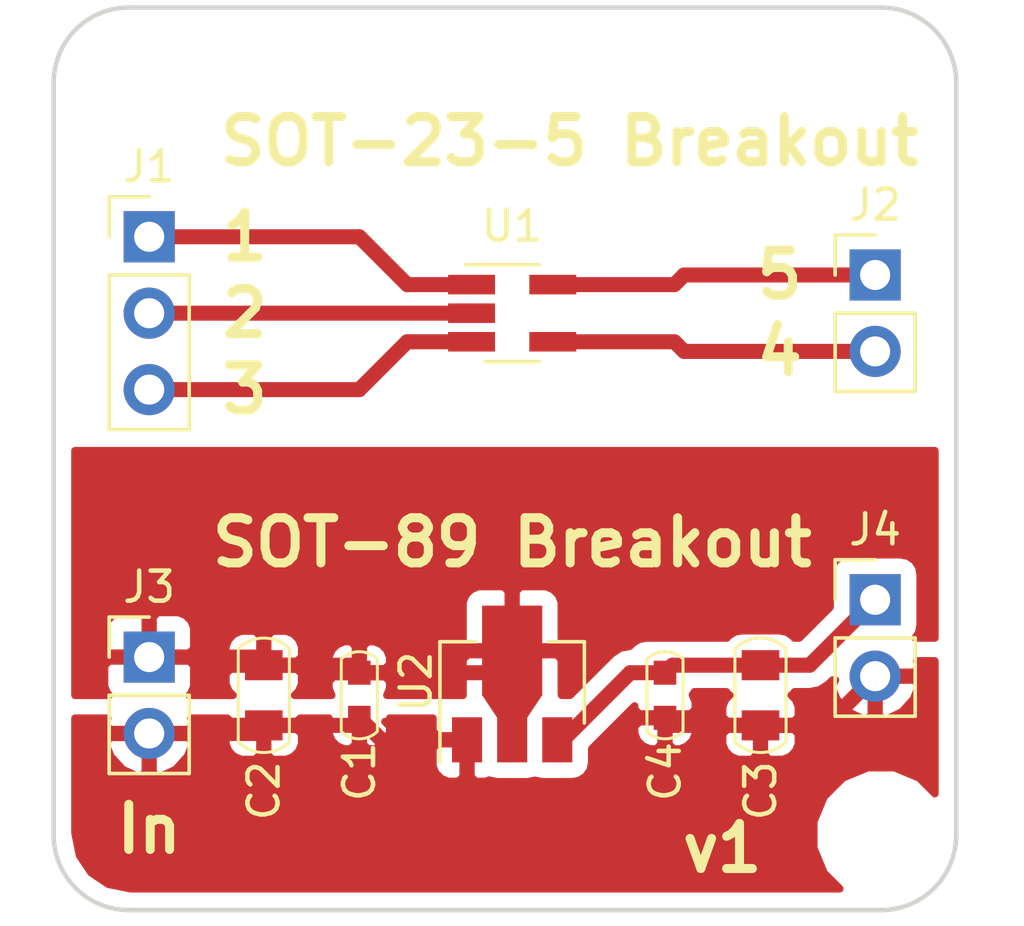
<source format=kicad_pcb>
(kicad_pcb (version 4) (host pcbnew 4.0.6-e0-6349~53~ubuntu14.04.1)

  (general
    (links 19)
    (no_connects 0)
    (area 0 0 0 0)
    (thickness 1.6)
    (drawings 9)
    (tracks 43)
    (zones 0)
    (modules 11)
    (nets 9)
  )

  (page A4)
  (layers
    (0 F.Cu signal)
    (31 B.Cu signal)
    (32 B.Adhes user)
    (33 F.Adhes user)
    (34 B.Paste user)
    (35 F.Paste user)
    (36 B.SilkS user)
    (37 F.SilkS user)
    (38 B.Mask user)
    (39 F.Mask user)
    (40 Dwgs.User user)
    (41 Cmts.User user)
    (42 Eco1.User user)
    (43 Eco2.User user)
    (44 Edge.Cuts user)
    (45 Margin user)
    (46 B.CrtYd user)
    (47 F.CrtYd user)
    (48 B.Fab user)
    (49 F.Fab user)
  )

  (setup
    (last_trace_width 0.5)
    (trace_clearance 0.2)
    (zone_clearance 0.508)
    (zone_45_only yes)
    (trace_min 0.2)
    (segment_width 0.2)
    (edge_width 0.15)
    (via_size 0.6)
    (via_drill 0.4)
    (via_min_size 0.4)
    (via_min_drill 0.3)
    (uvia_size 0.3)
    (uvia_drill 0.1)
    (uvias_allowed no)
    (uvia_min_size 0.2)
    (uvia_min_drill 0.1)
    (pcb_text_width 0.3)
    (pcb_text_size 1.5 1.5)
    (mod_edge_width 0.15)
    (mod_text_size 1 1)
    (mod_text_width 0.15)
    (pad_size 1.524 1.524)
    (pad_drill 0.762)
    (pad_to_mask_clearance 0.2)
    (aux_axis_origin 0 0)
    (visible_elements FFFFFF7F)
    (pcbplotparams
      (layerselection 0x00030_80000001)
      (usegerberextensions false)
      (excludeedgelayer true)
      (linewidth 0.100000)
      (plotframeref false)
      (viasonmask false)
      (mode 1)
      (useauxorigin false)
      (hpglpennumber 1)
      (hpglpenspeed 20)
      (hpglpendiameter 15)
      (hpglpenoverlay 2)
      (psnegative false)
      (psa4output false)
      (plotreference true)
      (plotvalue true)
      (plotinvisibletext false)
      (padsonsilk false)
      (subtractmaskfromsilk false)
      (outputformat 1)
      (mirror false)
      (drillshape 1)
      (scaleselection 1)
      (outputdirectory ""))
  )

  (net 0 "")
  (net 1 "Net-(J1-Pad1)")
  (net 2 "Net-(J1-Pad2)")
  (net 3 "Net-(J1-Pad3)")
  (net 4 "Net-(J2-Pad1)")
  (net 5 "Net-(J2-Pad2)")
  (net 6 "Net-(C1-Pad1)")
  (net 7 "Net-(C1-Pad2)")
  (net 8 "Net-(C3-Pad1)")

  (net_class Default "This is the default net class."
    (clearance 0.2)
    (trace_width 0.5)
    (via_dia 0.6)
    (via_drill 0.4)
    (uvia_dia 0.3)
    (uvia_drill 0.1)
    (add_net "Net-(C1-Pad1)")
    (add_net "Net-(C1-Pad2)")
    (add_net "Net-(C3-Pad1)")
    (add_net "Net-(J1-Pad1)")
    (add_net "Net-(J1-Pad2)")
    (add_net "Net-(J1-Pad3)")
    (add_net "Net-(J2-Pad1)")
    (add_net "Net-(J2-Pad2)")
  )

  (module Pin_Headers:Pin_Header_Straight_1x03_Pitch2.54mm (layer F.Cu) (tedit 58CD4EC1) (tstamp 59A281BC)
    (at 127.635 96.52)
    (descr "Through hole straight pin header, 1x03, 2.54mm pitch, single row")
    (tags "Through hole pin header THT 1x03 2.54mm single row")
    (path /5967CC46)
    (fp_text reference J1 (at 0 -2.33) (layer F.SilkS)
      (effects (font (size 1 1) (thickness 0.15)))
    )
    (fp_text value CONN_01X03 (at 0 7.41) (layer F.Fab)
      (effects (font (size 1 1) (thickness 0.15)))
    )
    (fp_line (start -1.27 -1.27) (end -1.27 6.35) (layer F.Fab) (width 0.1))
    (fp_line (start -1.27 6.35) (end 1.27 6.35) (layer F.Fab) (width 0.1))
    (fp_line (start 1.27 6.35) (end 1.27 -1.27) (layer F.Fab) (width 0.1))
    (fp_line (start 1.27 -1.27) (end -1.27 -1.27) (layer F.Fab) (width 0.1))
    (fp_line (start -1.33 1.27) (end -1.33 6.41) (layer F.SilkS) (width 0.12))
    (fp_line (start -1.33 6.41) (end 1.33 6.41) (layer F.SilkS) (width 0.12))
    (fp_line (start 1.33 6.41) (end 1.33 1.27) (layer F.SilkS) (width 0.12))
    (fp_line (start 1.33 1.27) (end -1.33 1.27) (layer F.SilkS) (width 0.12))
    (fp_line (start -1.33 0) (end -1.33 -1.33) (layer F.SilkS) (width 0.12))
    (fp_line (start -1.33 -1.33) (end 0 -1.33) (layer F.SilkS) (width 0.12))
    (fp_line (start -1.8 -1.8) (end -1.8 6.85) (layer F.CrtYd) (width 0.05))
    (fp_line (start -1.8 6.85) (end 1.8 6.85) (layer F.CrtYd) (width 0.05))
    (fp_line (start 1.8 6.85) (end 1.8 -1.8) (layer F.CrtYd) (width 0.05))
    (fp_line (start 1.8 -1.8) (end -1.8 -1.8) (layer F.CrtYd) (width 0.05))
    (fp_text user %R (at 0 -2.33) (layer F.Fab)
      (effects (font (size 1 1) (thickness 0.15)))
    )
    (pad 1 thru_hole rect (at 0 0) (size 1.7 1.7) (drill 1) (layers *.Cu *.Mask)
      (net 1 "Net-(J1-Pad1)"))
    (pad 2 thru_hole oval (at 0 2.54) (size 1.7 1.7) (drill 1) (layers *.Cu *.Mask)
      (net 2 "Net-(J1-Pad2)"))
    (pad 3 thru_hole oval (at 0 5.08) (size 1.7 1.7) (drill 1) (layers *.Cu *.Mask)
      (net 3 "Net-(J1-Pad3)"))
    (model ${KISYS3DMOD}/Pin_Headers.3dshapes/Pin_Header_Straight_1x03_Pitch2.54mm.wrl
      (at (xyz 0 -0.1 0))
      (scale (xyz 1 1 1))
      (rotate (xyz 0 0 90))
    )
  )

  (module Pin_Headers:Pin_Header_Straight_1x02_Pitch2.54mm (layer F.Cu) (tedit 58CD4EC1) (tstamp 59A281D1)
    (at 151.765 97.79)
    (descr "Through hole straight pin header, 1x02, 2.54mm pitch, single row")
    (tags "Through hole pin header THT 1x02 2.54mm single row")
    (path /5967CCE1)
    (fp_text reference J2 (at 0 -2.33) (layer F.SilkS)
      (effects (font (size 1 1) (thickness 0.15)))
    )
    (fp_text value CONN_01X02 (at 0 4.87) (layer F.Fab)
      (effects (font (size 1 1) (thickness 0.15)))
    )
    (fp_line (start -1.27 -1.27) (end -1.27 3.81) (layer F.Fab) (width 0.1))
    (fp_line (start -1.27 3.81) (end 1.27 3.81) (layer F.Fab) (width 0.1))
    (fp_line (start 1.27 3.81) (end 1.27 -1.27) (layer F.Fab) (width 0.1))
    (fp_line (start 1.27 -1.27) (end -1.27 -1.27) (layer F.Fab) (width 0.1))
    (fp_line (start -1.33 1.27) (end -1.33 3.87) (layer F.SilkS) (width 0.12))
    (fp_line (start -1.33 3.87) (end 1.33 3.87) (layer F.SilkS) (width 0.12))
    (fp_line (start 1.33 3.87) (end 1.33 1.27) (layer F.SilkS) (width 0.12))
    (fp_line (start 1.33 1.27) (end -1.33 1.27) (layer F.SilkS) (width 0.12))
    (fp_line (start -1.33 0) (end -1.33 -1.33) (layer F.SilkS) (width 0.12))
    (fp_line (start -1.33 -1.33) (end 0 -1.33) (layer F.SilkS) (width 0.12))
    (fp_line (start -1.8 -1.8) (end -1.8 4.35) (layer F.CrtYd) (width 0.05))
    (fp_line (start -1.8 4.35) (end 1.8 4.35) (layer F.CrtYd) (width 0.05))
    (fp_line (start 1.8 4.35) (end 1.8 -1.8) (layer F.CrtYd) (width 0.05))
    (fp_line (start 1.8 -1.8) (end -1.8 -1.8) (layer F.CrtYd) (width 0.05))
    (fp_text user %R (at 0 -2.33) (layer F.Fab)
      (effects (font (size 1 1) (thickness 0.15)))
    )
    (pad 1 thru_hole rect (at 0 0) (size 1.7 1.7) (drill 1) (layers *.Cu *.Mask)
      (net 4 "Net-(J2-Pad1)"))
    (pad 2 thru_hole oval (at 0 2.54) (size 1.7 1.7) (drill 1) (layers *.Cu *.Mask)
      (net 5 "Net-(J2-Pad2)"))
    (model ${KISYS3DMOD}/Pin_Headers.3dshapes/Pin_Header_Straight_1x02_Pitch2.54mm.wrl
      (at (xyz 0 -0.05 0))
      (scale (xyz 1 1 1))
      (rotate (xyz 0 0 90))
    )
  )

  (module Board_Outlines:Board_Outline_30mm_Square (layer F.Cu) (tedit 596718B2) (tstamp 59A281DF)
    (at 124.46 88.9)
    (path /5967CD5C)
    (fp_text reference P1 (at 9 -1) (layer F.SilkS) hide
      (effects (font (size 1 1) (thickness 0.15)))
    )
    (fp_text value SYMBOL (at 15 -1) (layer F.Fab) hide
      (effects (font (size 1 1) (thickness 0.15)))
    )
    (fp_line (start 30 27.5) (end 30 2.5) (layer Edge.Cuts) (width 0.15))
    (fp_line (start 2.5 30) (end 27.5 30) (layer Edge.Cuts) (width 0.15))
    (fp_line (start 0 2.5) (end 0 27.5) (layer Edge.Cuts) (width 0.15))
    (fp_line (start 27.5 0) (end 2.5 0) (layer Edge.Cuts) (width 0.15))
    (fp_arc (start 2.5 27.5) (end 2.5 30) (angle 90) (layer Edge.Cuts) (width 0.15))
    (fp_arc (start 27.5 27.5) (end 30 27.5) (angle 90) (layer Edge.Cuts) (width 0.15))
    (fp_arc (start 27.5 2.5) (end 27.5 0) (angle 90) (layer Edge.Cuts) (width 0.15))
    (fp_arc (start 2.5 2.5) (end 0 2.5) (angle 90) (layer Edge.Cuts) (width 0.15))
    (pad "" np_thru_hole circle (at 2.5 2.5) (size 3.2 3.2) (drill 3.2) (layers *.Cu *.Mask))
    (pad "" np_thru_hole circle (at 27.5 27.5) (size 3.2 3.2) (drill 3.2) (layers *.Cu *.Mask))
  )

  (module TO_SOT_Packages_SMD:SOT-23-5_HandSoldering (layer F.Cu) (tedit 58CE4E7E) (tstamp 59A281F4)
    (at 139.7 99.06)
    (descr "5-pin SOT23 package")
    (tags "SOT-23-5 hand-soldering")
    (path /5967CC07)
    (attr smd)
    (fp_text reference U1 (at 0 -2.9) (layer F.SilkS)
      (effects (font (size 1 1) (thickness 0.15)))
    )
    (fp_text value SOT-23-5 (at 0 2.9) (layer F.Fab)
      (effects (font (size 1 1) (thickness 0.15)))
    )
    (fp_text user %R (at 0 0) (layer F.Fab)
      (effects (font (size 0.5 0.5) (thickness 0.075)))
    )
    (fp_line (start -0.9 1.61) (end 0.9 1.61) (layer F.SilkS) (width 0.12))
    (fp_line (start 0.9 -1.61) (end -1.55 -1.61) (layer F.SilkS) (width 0.12))
    (fp_line (start -0.9 -0.9) (end -0.25 -1.55) (layer F.Fab) (width 0.1))
    (fp_line (start 0.9 -1.55) (end -0.25 -1.55) (layer F.Fab) (width 0.1))
    (fp_line (start -0.9 -0.9) (end -0.9 1.55) (layer F.Fab) (width 0.1))
    (fp_line (start 0.9 1.55) (end -0.9 1.55) (layer F.Fab) (width 0.1))
    (fp_line (start 0.9 -1.55) (end 0.9 1.55) (layer F.Fab) (width 0.1))
    (fp_line (start -2.38 -1.8) (end 2.38 -1.8) (layer F.CrtYd) (width 0.05))
    (fp_line (start -2.38 -1.8) (end -2.38 1.8) (layer F.CrtYd) (width 0.05))
    (fp_line (start 2.38 1.8) (end 2.38 -1.8) (layer F.CrtYd) (width 0.05))
    (fp_line (start 2.38 1.8) (end -2.38 1.8) (layer F.CrtYd) (width 0.05))
    (pad 1 smd rect (at -1.35 -0.95) (size 1.56 0.65) (layers F.Cu F.Paste F.Mask)
      (net 1 "Net-(J1-Pad1)"))
    (pad 2 smd rect (at -1.35 0) (size 1.56 0.65) (layers F.Cu F.Paste F.Mask)
      (net 2 "Net-(J1-Pad2)"))
    (pad 3 smd rect (at -1.35 0.95) (size 1.56 0.65) (layers F.Cu F.Paste F.Mask)
      (net 3 "Net-(J1-Pad3)"))
    (pad 4 smd rect (at 1.35 0.95) (size 1.56 0.65) (layers F.Cu F.Paste F.Mask)
      (net 5 "Net-(J2-Pad2)"))
    (pad 5 smd rect (at 1.35 -0.95) (size 1.56 0.65) (layers F.Cu F.Paste F.Mask)
      (net 4 "Net-(J2-Pad1)"))
    (model ${KISYS3DMOD}/TO_SOT_Packages_SMD.3dshapes\SOT-23-5.wrl
      (at (xyz 0 0 0))
      (scale (xyz 1 1 1))
      (rotate (xyz 0 0 0))
    )
  )

  (module Capacitors_SMD_Round:C_0603 (layer F.Cu) (tedit 58E5AE1B) (tstamp 59A284AA)
    (at 134.62 111.76 270)
    (descr "Capacitor SMD 0603, reflow soldering, AVX (see smccp.pdf)")
    (tags "capacitor 0603")
    (path /5967D135)
    (attr smd)
    (fp_text reference C1 (at 2.54 0 270) (layer F.SilkS)
      (effects (font (size 1 1) (thickness 0.15)))
    )
    (fp_text value C (at 0 1.5 270) (layer F.Fab) hide
      (effects (font (size 1 1) (thickness 0.15)))
    )
    (fp_arc (start 0.6 0) (end 1.2 -0.6) (angle 90) (layer F.SilkS) (width 0.1))
    (fp_arc (start -0.6 0) (end -1.2 0.6) (angle 90) (layer F.SilkS) (width 0.1))
    (fp_line (start 1.15 0.6) (end -1.15 0.6) (layer F.SilkS) (width 0.1))
    (fp_line (start -1.15 -0.6) (end 1.15 -0.6) (layer F.SilkS) (width 0.1))
    (fp_text user %R (at 2.54 0 270) (layer F.Fab)
      (effects (font (size 1 1) (thickness 0.15)))
    )
    (fp_line (start -0.8 0.4) (end -0.8 -0.4) (layer F.Fab) (width 0.1))
    (fp_line (start 0.8 0.4) (end -0.8 0.4) (layer F.Fab) (width 0.1))
    (fp_line (start 0.8 -0.4) (end 0.8 0.4) (layer F.Fab) (width 0.1))
    (fp_line (start -0.8 -0.4) (end 0.8 -0.4) (layer F.Fab) (width 0.1))
    (fp_line (start -1.4 -0.65) (end 1.4 -0.65) (layer F.CrtYd) (width 0.05))
    (fp_line (start -1.4 -0.65) (end -1.4 0.65) (layer F.CrtYd) (width 0.05))
    (fp_line (start 1.4 0.65) (end 1.4 -0.65) (layer F.CrtYd) (width 0.05))
    (fp_line (start 1.4 0.65) (end -1.4 0.65) (layer F.CrtYd) (width 0.05))
    (pad 1 smd rect (at -0.75 0 270) (size 0.8 0.75) (layers F.Cu F.Paste F.Mask)
      (net 6 "Net-(C1-Pad1)"))
    (pad 2 smd rect (at 0.75 0 270) (size 0.8 0.75) (layers F.Cu F.Paste F.Mask)
      (net 7 "Net-(C1-Pad2)"))
    (model Capacitors_SMD.3dshapes/C_0603.wrl
      (at (xyz 0 0 0))
      (scale (xyz 1 1 1))
      (rotate (xyz 0 0 0))
    )
  )

  (module Capacitors_SMD_Round:C_0805 (layer F.Cu) (tedit 5967D169) (tstamp 59A284BD)
    (at 131.445 111.76 270)
    (descr "Capacitor SMD 0805, reflow soldering, AVX (see smccp.pdf)")
    (tags "capacitor 0805")
    (path /5967CFB1)
    (attr smd)
    (fp_text reference C2 (at 3.175 0 270) (layer F.SilkS)
      (effects (font (size 1 1) (thickness 0.15)))
    )
    (fp_text value C (at 0 1.75 270) (layer F.Fab)
      (effects (font (size 1 1) (thickness 0.15)))
    )
    (fp_arc (start -0.7 0) (end -1.55 0.85) (angle 90) (layer F.SilkS) (width 0.1))
    (fp_arc (start 0.7 0) (end 1.55 -0.85) (angle 90) (layer F.SilkS) (width 0.1))
    (fp_line (start -1.5 0.85) (end 1.5 0.85) (layer F.SilkS) (width 0.1))
    (fp_line (start -1.5 -0.85) (end 1.5 -0.85) (layer F.SilkS) (width 0.1))
    (fp_text user %R (at 3.175 0 270) (layer F.Fab)
      (effects (font (size 1 1) (thickness 0.15)))
    )
    (fp_line (start -1 0.62) (end -1 -0.62) (layer F.Fab) (width 0.1))
    (fp_line (start 1 0.62) (end -1 0.62) (layer F.Fab) (width 0.1))
    (fp_line (start 1 -0.62) (end 1 0.62) (layer F.Fab) (width 0.1))
    (fp_line (start -1 -0.62) (end 1 -0.62) (layer F.Fab) (width 0.1))
    (fp_line (start -1.75 -0.88) (end 1.75 -0.88) (layer F.CrtYd) (width 0.05))
    (fp_line (start -1.75 -0.88) (end -1.75 0.87) (layer F.CrtYd) (width 0.05))
    (fp_line (start 1.75 0.87) (end 1.75 -0.88) (layer F.CrtYd) (width 0.05))
    (fp_line (start 1.75 0.87) (end -1.75 0.87) (layer F.CrtYd) (width 0.05))
    (pad 1 smd rect (at -1 0 270) (size 1 1.25) (layers F.Cu F.Paste F.Mask)
      (net 6 "Net-(C1-Pad1)"))
    (pad 2 smd rect (at 1 0 270) (size 1 1.25) (layers F.Cu F.Paste F.Mask)
      (net 7 "Net-(C1-Pad2)"))
    (model Capacitors_SMD.3dshapes/C_0805.wrl
      (at (xyz 0 0 0))
      (scale (xyz 1 1 1))
      (rotate (xyz 0 0 0))
    )
  )

  (module Capacitors_SMD_Round:C_0805 (layer F.Cu) (tedit 5967D173) (tstamp 59A284D0)
    (at 147.955 111.76 270)
    (descr "Capacitor SMD 0805, reflow soldering, AVX (see smccp.pdf)")
    (tags "capacitor 0805")
    (path /5967D0C8)
    (attr smd)
    (fp_text reference C3 (at 3.175 0 270) (layer F.SilkS)
      (effects (font (size 1 1) (thickness 0.15)))
    )
    (fp_text value C (at 0 1.75 270) (layer F.Fab)
      (effects (font (size 1 1) (thickness 0.15)))
    )
    (fp_arc (start -0.7 0) (end -1.55 0.85) (angle 90) (layer F.SilkS) (width 0.1))
    (fp_arc (start 0.7 0) (end 1.55 -0.85) (angle 90) (layer F.SilkS) (width 0.1))
    (fp_line (start -1.5 0.85) (end 1.5 0.85) (layer F.SilkS) (width 0.1))
    (fp_line (start -1.5 -0.85) (end 1.5 -0.85) (layer F.SilkS) (width 0.1))
    (fp_text user %R (at 3.175 0 270) (layer F.Fab)
      (effects (font (size 1 1) (thickness 0.15)))
    )
    (fp_line (start -1 0.62) (end -1 -0.62) (layer F.Fab) (width 0.1))
    (fp_line (start 1 0.62) (end -1 0.62) (layer F.Fab) (width 0.1))
    (fp_line (start 1 -0.62) (end 1 0.62) (layer F.Fab) (width 0.1))
    (fp_line (start -1 -0.62) (end 1 -0.62) (layer F.Fab) (width 0.1))
    (fp_line (start -1.75 -0.88) (end 1.75 -0.88) (layer F.CrtYd) (width 0.05))
    (fp_line (start -1.75 -0.88) (end -1.75 0.87) (layer F.CrtYd) (width 0.05))
    (fp_line (start 1.75 0.87) (end 1.75 -0.88) (layer F.CrtYd) (width 0.05))
    (fp_line (start 1.75 0.87) (end -1.75 0.87) (layer F.CrtYd) (width 0.05))
    (pad 1 smd rect (at -1 0 270) (size 1 1.25) (layers F.Cu F.Paste F.Mask)
      (net 8 "Net-(C3-Pad1)"))
    (pad 2 smd rect (at 1 0 270) (size 1 1.25) (layers F.Cu F.Paste F.Mask)
      (net 7 "Net-(C1-Pad2)"))
    (model Capacitors_SMD.3dshapes/C_0805.wrl
      (at (xyz 0 0 0))
      (scale (xyz 1 1 1))
      (rotate (xyz 0 0 0))
    )
  )

  (module Capacitors_SMD_Round:C_0603 (layer F.Cu) (tedit 58E5AE1B) (tstamp 59A284E3)
    (at 144.78 111.76 270)
    (descr "Capacitor SMD 0603, reflow soldering, AVX (see smccp.pdf)")
    (tags "capacitor 0603")
    (path /5967D187)
    (attr smd)
    (fp_text reference C4 (at 2.54 0 270) (layer F.SilkS)
      (effects (font (size 1 1) (thickness 0.15)))
    )
    (fp_text value C (at 0 1.5 270) (layer F.Fab) hide
      (effects (font (size 1 1) (thickness 0.15)))
    )
    (fp_arc (start 0.6 0) (end 1.2 -0.6) (angle 90) (layer F.SilkS) (width 0.1))
    (fp_arc (start -0.6 0) (end -1.2 0.6) (angle 90) (layer F.SilkS) (width 0.1))
    (fp_line (start 1.15 0.6) (end -1.15 0.6) (layer F.SilkS) (width 0.1))
    (fp_line (start -1.15 -0.6) (end 1.15 -0.6) (layer F.SilkS) (width 0.1))
    (fp_text user %R (at 2.54 0 270) (layer F.Fab)
      (effects (font (size 1 1) (thickness 0.15)))
    )
    (fp_line (start -0.8 0.4) (end -0.8 -0.4) (layer F.Fab) (width 0.1))
    (fp_line (start 0.8 0.4) (end -0.8 0.4) (layer F.Fab) (width 0.1))
    (fp_line (start 0.8 -0.4) (end 0.8 0.4) (layer F.Fab) (width 0.1))
    (fp_line (start -0.8 -0.4) (end 0.8 -0.4) (layer F.Fab) (width 0.1))
    (fp_line (start -1.4 -0.65) (end 1.4 -0.65) (layer F.CrtYd) (width 0.05))
    (fp_line (start -1.4 -0.65) (end -1.4 0.65) (layer F.CrtYd) (width 0.05))
    (fp_line (start 1.4 0.65) (end 1.4 -0.65) (layer F.CrtYd) (width 0.05))
    (fp_line (start 1.4 0.65) (end -1.4 0.65) (layer F.CrtYd) (width 0.05))
    (pad 1 smd rect (at -0.75 0 270) (size 0.8 0.75) (layers F.Cu F.Paste F.Mask)
      (net 8 "Net-(C3-Pad1)"))
    (pad 2 smd rect (at 0.75 0 270) (size 0.8 0.75) (layers F.Cu F.Paste F.Mask)
      (net 7 "Net-(C1-Pad2)"))
    (model Capacitors_SMD.3dshapes/C_0603.wrl
      (at (xyz 0 0 0))
      (scale (xyz 1 1 1))
      (rotate (xyz 0 0 0))
    )
  )

  (module Pin_Headers:Pin_Header_Straight_1x02_Pitch2.54mm (layer F.Cu) (tedit 58CD4EC1) (tstamp 59A284F8)
    (at 127.635 110.49)
    (descr "Through hole straight pin header, 1x02, 2.54mm pitch, single row")
    (tags "Through hole pin header THT 1x02 2.54mm single row")
    (path /5967D446)
    (fp_text reference J3 (at 0 -2.33) (layer F.SilkS)
      (effects (font (size 1 1) (thickness 0.15)))
    )
    (fp_text value CONN_01X02 (at 0 4.87) (layer F.Fab)
      (effects (font (size 1 1) (thickness 0.15)))
    )
    (fp_line (start -1.27 -1.27) (end -1.27 3.81) (layer F.Fab) (width 0.1))
    (fp_line (start -1.27 3.81) (end 1.27 3.81) (layer F.Fab) (width 0.1))
    (fp_line (start 1.27 3.81) (end 1.27 -1.27) (layer F.Fab) (width 0.1))
    (fp_line (start 1.27 -1.27) (end -1.27 -1.27) (layer F.Fab) (width 0.1))
    (fp_line (start -1.33 1.27) (end -1.33 3.87) (layer F.SilkS) (width 0.12))
    (fp_line (start -1.33 3.87) (end 1.33 3.87) (layer F.SilkS) (width 0.12))
    (fp_line (start 1.33 3.87) (end 1.33 1.27) (layer F.SilkS) (width 0.12))
    (fp_line (start 1.33 1.27) (end -1.33 1.27) (layer F.SilkS) (width 0.12))
    (fp_line (start -1.33 0) (end -1.33 -1.33) (layer F.SilkS) (width 0.12))
    (fp_line (start -1.33 -1.33) (end 0 -1.33) (layer F.SilkS) (width 0.12))
    (fp_line (start -1.8 -1.8) (end -1.8 4.35) (layer F.CrtYd) (width 0.05))
    (fp_line (start -1.8 4.35) (end 1.8 4.35) (layer F.CrtYd) (width 0.05))
    (fp_line (start 1.8 4.35) (end 1.8 -1.8) (layer F.CrtYd) (width 0.05))
    (fp_line (start 1.8 -1.8) (end -1.8 -1.8) (layer F.CrtYd) (width 0.05))
    (fp_text user %R (at 0 -2.33) (layer F.Fab)
      (effects (font (size 1 1) (thickness 0.15)))
    )
    (pad 1 thru_hole rect (at 0 0) (size 1.7 1.7) (drill 1) (layers *.Cu *.Mask)
      (net 6 "Net-(C1-Pad1)"))
    (pad 2 thru_hole oval (at 0 2.54) (size 1.7 1.7) (drill 1) (layers *.Cu *.Mask)
      (net 7 "Net-(C1-Pad2)"))
    (model ${KISYS3DMOD}/Pin_Headers.3dshapes/Pin_Header_Straight_1x02_Pitch2.54mm.wrl
      (at (xyz 0 -0.05 0))
      (scale (xyz 1 1 1))
      (rotate (xyz 0 0 90))
    )
  )

  (module Pin_Headers:Pin_Header_Straight_1x02_Pitch2.54mm (layer F.Cu) (tedit 58CD4EC1) (tstamp 59A2850D)
    (at 151.765 108.585)
    (descr "Through hole straight pin header, 1x02, 2.54mm pitch, single row")
    (tags "Through hole pin header THT 1x02 2.54mm single row")
    (path /5967D39A)
    (fp_text reference J4 (at 0 -2.33) (layer F.SilkS)
      (effects (font (size 1 1) (thickness 0.15)))
    )
    (fp_text value CONN_01X02 (at 0 4.87) (layer F.Fab)
      (effects (font (size 1 1) (thickness 0.15)))
    )
    (fp_line (start -1.27 -1.27) (end -1.27 3.81) (layer F.Fab) (width 0.1))
    (fp_line (start -1.27 3.81) (end 1.27 3.81) (layer F.Fab) (width 0.1))
    (fp_line (start 1.27 3.81) (end 1.27 -1.27) (layer F.Fab) (width 0.1))
    (fp_line (start 1.27 -1.27) (end -1.27 -1.27) (layer F.Fab) (width 0.1))
    (fp_line (start -1.33 1.27) (end -1.33 3.87) (layer F.SilkS) (width 0.12))
    (fp_line (start -1.33 3.87) (end 1.33 3.87) (layer F.SilkS) (width 0.12))
    (fp_line (start 1.33 3.87) (end 1.33 1.27) (layer F.SilkS) (width 0.12))
    (fp_line (start 1.33 1.27) (end -1.33 1.27) (layer F.SilkS) (width 0.12))
    (fp_line (start -1.33 0) (end -1.33 -1.33) (layer F.SilkS) (width 0.12))
    (fp_line (start -1.33 -1.33) (end 0 -1.33) (layer F.SilkS) (width 0.12))
    (fp_line (start -1.8 -1.8) (end -1.8 4.35) (layer F.CrtYd) (width 0.05))
    (fp_line (start -1.8 4.35) (end 1.8 4.35) (layer F.CrtYd) (width 0.05))
    (fp_line (start 1.8 4.35) (end 1.8 -1.8) (layer F.CrtYd) (width 0.05))
    (fp_line (start 1.8 -1.8) (end -1.8 -1.8) (layer F.CrtYd) (width 0.05))
    (fp_text user %R (at 0 -2.33) (layer F.Fab)
      (effects (font (size 1 1) (thickness 0.15)))
    )
    (pad 1 thru_hole rect (at 0 0) (size 1.7 1.7) (drill 1) (layers *.Cu *.Mask)
      (net 8 "Net-(C3-Pad1)"))
    (pad 2 thru_hole oval (at 0 2.54) (size 1.7 1.7) (drill 1) (layers *.Cu *.Mask)
      (net 7 "Net-(C1-Pad2)"))
    (model ${KISYS3DMOD}/Pin_Headers.3dshapes/Pin_Header_Straight_1x02_Pitch2.54mm.wrl
      (at (xyz 0 -0.05 0))
      (scale (xyz 1 1 1))
      (rotate (xyz 0 0 90))
    )
  )

  (module TO_SOT_Packages_SMD:SOT89-3_Housing (layer F.Cu) (tedit 58CE4E7F) (tstamp 59A28524)
    (at 139.7 111.76 90)
    (descr "SOT89-3, Housing,")
    (tags "SOT89-3 Housing ")
    (path /5967CF58)
    (attr smd)
    (fp_text reference U2 (at 0.45 -3.2 90) (layer F.SilkS)
      (effects (font (size 1 1) (thickness 0.15)))
    )
    (fp_text value MCP1703A-3302/MB (at 0.45 3.25 90) (layer F.Fab)
      (effects (font (size 1 1) (thickness 0.15)))
    )
    (fp_text user %R (at 0.38 0 90) (layer F.Fab)
      (effects (font (size 0.6 0.6) (thickness 0.09)))
    )
    (fp_line (start 1.78 1.2) (end 1.78 2.4) (layer F.SilkS) (width 0.12))
    (fp_line (start 1.78 2.4) (end -0.92 2.4) (layer F.SilkS) (width 0.12))
    (fp_line (start -2.22 -2.4) (end 1.78 -2.4) (layer F.SilkS) (width 0.12))
    (fp_line (start 1.78 -2.4) (end 1.78 -1.2) (layer F.SilkS) (width 0.12))
    (fp_line (start -0.92 -1.51) (end -0.13 -2.3) (layer F.Fab) (width 0.1))
    (fp_line (start 1.68 -2.3) (end 1.68 2.3) (layer F.Fab) (width 0.1))
    (fp_line (start 1.68 2.3) (end -0.92 2.3) (layer F.Fab) (width 0.1))
    (fp_line (start -0.92 2.3) (end -0.92 -1.51) (layer F.Fab) (width 0.1))
    (fp_line (start -0.13 -2.3) (end 1.68 -2.3) (layer F.Fab) (width 0.1))
    (fp_line (start 3.23 -2.55) (end 3.23 2.55) (layer F.CrtYd) (width 0.05))
    (fp_line (start 3.23 -2.55) (end -2.48 -2.55) (layer F.CrtYd) (width 0.05))
    (fp_line (start -2.48 2.55) (end 3.23 2.55) (layer F.CrtYd) (width 0.05))
    (fp_line (start -2.48 2.55) (end -2.48 -2.55) (layer F.CrtYd) (width 0.05))
    (pad 1 smd rect (at -1.48 -1.5) (size 1 1.5) (layers F.Cu F.Paste F.Mask)
      (net 7 "Net-(C1-Pad2)"))
    (pad 2 smd rect (at -1.48 0) (size 1 1.5) (layers F.Cu F.Paste F.Mask)
      (net 6 "Net-(C1-Pad1)"))
    (pad 3 smd rect (at -1.48 1.5) (size 1 1.5) (layers F.Cu F.Paste F.Mask)
      (net 8 "Net-(C3-Pad1)"))
    (pad 2 smd rect (at 1.48 0) (size 2 3) (layers F.Cu F.Paste F.Mask)
      (net 6 "Net-(C1-Pad1)"))
    (pad 2 smd trapezoid (at -0.37 0 180) (size 1.5 0.75) (rect_delta 0 0.5 ) (layers F.Cu F.Paste F.Mask)
      (net 6 "Net-(C1-Pad1)"))
    (model ${KISYS3DMOD}/TO_SOT_Packages_SMD.3dshapes/SOT89-3_Housing.wrl
      (at (xyz 0.02 0 0))
      (scale (xyz 0.39 0.39 0.39))
      (rotate (xyz 0 0 90))
    )
  )

  (gr_text In (at 127.635 116.205) (layer F.SilkS)
    (effects (font (size 1.5 1.5) (thickness 0.3)))
  )
  (gr_text v1 (at 146.685 116.84) (layer F.SilkS)
    (effects (font (size 1.5 1.5) (thickness 0.3)))
  )
  (gr_text "SOT-89 Breakout" (at 139.7 106.68) (layer F.SilkS)
    (effects (font (size 1.5 1.5) (thickness 0.3)))
  )
  (gr_text 5 (at 148.59 97.79) (layer F.SilkS)
    (effects (font (size 1.5 1.5) (thickness 0.3)))
  )
  (gr_text 4 (at 148.59 100.33) (layer F.SilkS)
    (effects (font (size 1.5 1.5) (thickness 0.3)))
  )
  (gr_text 3 (at 130.81 101.6) (layer F.SilkS)
    (effects (font (size 1.5 1.5) (thickness 0.3)))
  )
  (gr_text 2 (at 130.81 99.06) (layer F.SilkS)
    (effects (font (size 1.5 1.5) (thickness 0.3)))
  )
  (gr_text 1 (at 130.81 96.52) (layer F.SilkS)
    (effects (font (size 1.5 1.5) (thickness 0.3)))
  )
  (gr_text "SOT-23-5 Breakout" (at 141.605 93.345) (layer F.SilkS)
    (effects (font (size 1.5 1.5) (thickness 0.3)))
  )

  (segment (start 138.35 98.11) (end 136.21 98.11) (width 0.5) (layer F.Cu) (net 1))
  (segment (start 134.62 96.52) (end 127.635 96.52) (width 0.5) (layer F.Cu) (net 1) (tstamp 59A282C3))
  (segment (start 136.21 98.11) (end 134.62 96.52) (width 0.5) (layer F.Cu) (net 1) (tstamp 59A282C2))
  (segment (start 138.35 99.06) (end 127.635 99.06) (width 0.5) (layer F.Cu) (net 2))
  (segment (start 138.35 100.01) (end 136.21 100.01) (width 0.5) (layer F.Cu) (net 3))
  (segment (start 134.62 101.6) (end 127.635 101.6) (width 0.5) (layer F.Cu) (net 3) (tstamp 59A282BD))
  (segment (start 136.21 100.01) (end 134.62 101.6) (width 0.5) (layer F.Cu) (net 3) (tstamp 59A282BC))
  (segment (start 141.05 98.11) (end 145.095 98.11) (width 0.5) (layer F.Cu) (net 4))
  (segment (start 145.415 97.79) (end 151.765 97.79) (width 0.5) (layer F.Cu) (net 4) (tstamp 59A282C7))
  (segment (start 145.095 98.11) (end 145.415 97.79) (width 0.5) (layer F.Cu) (net 4) (tstamp 59A282C6))
  (segment (start 141.05 100.01) (end 145.095 100.01) (width 0.5) (layer F.Cu) (net 5))
  (segment (start 145.415 100.33) (end 151.765 100.33) (width 0.5) (layer F.Cu) (net 5) (tstamp 59A282CB))
  (segment (start 145.095 100.01) (end 145.415 100.33) (width 0.5) (layer F.Cu) (net 5) (tstamp 59A282CA))
  (segment (start 139.7 112.13) (end 139.7 110.28) (width 0.5) (layer F.Cu) (net 6))
  (segment (start 139.7 110.28) (end 139.7 113.24) (width 0.5) (layer F.Cu) (net 6))
  (segment (start 134.62 111.01) (end 138.97 111.01) (width 0.5) (layer F.Cu) (net 6))
  (segment (start 138.97 111.01) (end 139.7 110.28) (width 0.5) (layer F.Cu) (net 6) (tstamp 59A28728))
  (segment (start 131.445 110.76) (end 134.37 110.76) (width 0.5) (layer F.Cu) (net 6))
  (segment (start 134.37 110.76) (end 134.62 111.01) (width 0.5) (layer F.Cu) (net 6) (tstamp 59A28725))
  (segment (start 127.635 110.49) (end 131.175 110.49) (width 0.5) (layer F.Cu) (net 6))
  (segment (start 131.175 110.49) (end 131.445 110.76) (width 0.5) (layer F.Cu) (net 6) (tstamp 59A28722))
  (segment (start 147.955 112.76) (end 150.13 112.76) (width 0.5) (layer F.Cu) (net 7))
  (segment (start 150.13 112.76) (end 151.765 111.125) (width 0.5) (layer F.Cu) (net 7) (tstamp 59A287DD))
  (segment (start 138.2 113.24) (end 138.2 115.34) (width 0.5) (layer F.Cu) (net 7))
  (segment (start 144.78 114.935) (end 144.78 112.51) (width 0.5) (layer F.Cu) (net 7) (tstamp 59A2874F))
  (segment (start 143.51 116.205) (end 144.78 114.935) (width 0.5) (layer F.Cu) (net 7) (tstamp 59A2874E))
  (segment (start 139.065 116.205) (end 143.51 116.205) (width 0.5) (layer F.Cu) (net 7) (tstamp 59A2874D))
  (segment (start 138.2 115.34) (end 139.065 116.205) (width 0.5) (layer F.Cu) (net 7) (tstamp 59A2874C))
  (segment (start 147.955 112.76) (end 145.03 112.76) (width 0.5) (layer F.Cu) (net 7))
  (segment (start 145.03 112.76) (end 144.78 112.51) (width 0.5) (layer F.Cu) (net 7) (tstamp 59A2873B))
  (segment (start 138.2 113.24) (end 135.35 113.24) (width 0.5) (layer F.Cu) (net 7))
  (segment (start 135.35 113.24) (end 134.62 112.51) (width 0.5) (layer F.Cu) (net 7) (tstamp 59A28732))
  (segment (start 131.445 112.76) (end 134.37 112.76) (width 0.5) (layer F.Cu) (net 7))
  (segment (start 134.37 112.76) (end 134.62 112.51) (width 0.5) (layer F.Cu) (net 7) (tstamp 59A2872E))
  (segment (start 127.635 113.03) (end 131.175 113.03) (width 0.5) (layer F.Cu) (net 7))
  (segment (start 131.175 113.03) (end 131.445 112.76) (width 0.5) (layer F.Cu) (net 7) (tstamp 59A2872B))
  (segment (start 147.955 110.76) (end 149.59 110.76) (width 0.5) (layer F.Cu) (net 8))
  (segment (start 149.59 110.76) (end 151.765 108.585) (width 0.5) (layer F.Cu) (net 8) (tstamp 59A287E1))
  (segment (start 141.2 113.24) (end 141.395 113.24) (width 0.5) (layer F.Cu) (net 8))
  (segment (start 141.395 113.24) (end 143.625 111.01) (width 0.5) (layer F.Cu) (net 8) (tstamp 59A28746))
  (segment (start 143.625 111.01) (end 144.78 111.01) (width 0.5) (layer F.Cu) (net 8) (tstamp 59A28747))
  (segment (start 147.955 110.76) (end 145.03 110.76) (width 0.5) (layer F.Cu) (net 8))
  (segment (start 145.03 110.76) (end 144.78 111.01) (width 0.5) (layer F.Cu) (net 8) (tstamp 59A2873E))

  (zone (net 6) (net_name "Net-(C1-Pad1)") (layer F.Cu) (tstamp 59A28754) (hatch edge 0.508)
    (connect_pads (clearance 0.508))
    (min_thickness 0.254)
    (fill yes (arc_segments 16) (thermal_gap 0.508) (thermal_bridge_width 0.508))
    (polygon
      (pts
        (xy 154.305 110.49) (xy 144.145 110.49) (xy 142.24 112.395) (xy 124.46 112.395) (xy 124.46 103.505)
        (xy 154.305 103.505)
      )
    )
    (filled_polygon
      (pts
        (xy 153.75 109.855) (xy 153.096566 109.855) (xy 153.211431 109.68689) (xy 153.26244 109.435) (xy 153.26244 107.735)
        (xy 153.218162 107.499683) (xy 153.07909 107.283559) (xy 152.86689 107.138569) (xy 152.615 107.08756) (xy 150.915 107.08756)
        (xy 150.679683 107.131838) (xy 150.463559 107.27091) (xy 150.318569 107.48311) (xy 150.26756 107.735) (xy 150.26756 108.830861)
        (xy 149.24342 109.855) (xy 149.073974 109.855) (xy 149.04409 109.808559) (xy 148.83189 109.663569) (xy 148.58 109.61256)
        (xy 147.33 109.61256) (xy 147.094683 109.656838) (xy 146.878559 109.79591) (xy 146.838185 109.855) (xy 144.145 109.855)
        (xy 143.906054 109.901672) (xy 143.695987 110.040987) (xy 143.608741 110.128233) (xy 143.286325 110.192367) (xy 142.99921 110.38421)
        (xy 142.999208 110.384213) (xy 141.62342 111.76) (xy 141.344952 111.76) (xy 141.335 111.70277) (xy 141.335 110.56575)
        (xy 141.17625 110.407) (xy 139.827 110.407) (xy 139.827 110.427) (xy 139.573 110.427) (xy 139.573 110.407)
        (xy 138.22375 110.407) (xy 138.065 110.56575) (xy 138.065 111.76) (xy 135.537344 111.76) (xy 135.63 111.536309)
        (xy 135.63 111.29575) (xy 135.47125 111.137) (xy 134.747 111.137) (xy 134.747 111.157) (xy 134.493 111.157)
        (xy 134.493 111.137) (xy 133.76875 111.137) (xy 133.61 111.29575) (xy 133.61 111.536309) (xy 133.702656 111.76)
        (xy 132.468026 111.76) (xy 132.608327 111.619698) (xy 132.705 111.386309) (xy 132.705 111.04575) (xy 132.54625 110.887)
        (xy 131.572 110.887) (xy 131.572 110.907) (xy 131.318 110.907) (xy 131.318 110.887) (xy 130.34375 110.887)
        (xy 130.185 111.04575) (xy 130.185 111.386309) (xy 130.281673 111.619698) (xy 130.421974 111.76) (xy 128.963026 111.76)
        (xy 129.023327 111.699699) (xy 129.12 111.46631) (xy 129.12 110.77575) (xy 128.96125 110.617) (xy 127.762 110.617)
        (xy 127.762 110.637) (xy 127.508 110.637) (xy 127.508 110.617) (xy 126.30875 110.617) (xy 126.15 110.77575)
        (xy 126.15 111.46631) (xy 126.246673 111.699699) (xy 126.306974 111.76) (xy 125.17 111.76) (xy 125.17 109.51369)
        (xy 126.15 109.51369) (xy 126.15 110.20425) (xy 126.30875 110.363) (xy 127.508 110.363) (xy 127.508 109.16375)
        (xy 127.762 109.16375) (xy 127.762 110.363) (xy 128.96125 110.363) (xy 129.12 110.20425) (xy 129.12 110.133691)
        (xy 130.185 110.133691) (xy 130.185 110.47425) (xy 130.34375 110.633) (xy 131.318 110.633) (xy 131.318 109.78375)
        (xy 131.572 109.78375) (xy 131.572 110.633) (xy 132.54625 110.633) (xy 132.695559 110.483691) (xy 133.61 110.483691)
        (xy 133.61 110.72425) (xy 133.76875 110.883) (xy 134.493 110.883) (xy 134.493 110.13375) (xy 134.747 110.13375)
        (xy 134.747 110.883) (xy 135.47125 110.883) (xy 135.63 110.72425) (xy 135.63 110.483691) (xy 135.533327 110.250302)
        (xy 135.354699 110.071673) (xy 135.12131 109.975) (xy 134.90575 109.975) (xy 134.747 110.13375) (xy 134.493 110.13375)
        (xy 134.33425 109.975) (xy 134.11869 109.975) (xy 133.885301 110.071673) (xy 133.706673 110.250302) (xy 133.61 110.483691)
        (xy 132.695559 110.483691) (xy 132.705 110.47425) (xy 132.705 110.133691) (xy 132.608327 109.900302) (xy 132.429699 109.721673)
        (xy 132.19631 109.625) (xy 131.73075 109.625) (xy 131.572 109.78375) (xy 131.318 109.78375) (xy 131.15925 109.625)
        (xy 130.69369 109.625) (xy 130.460301 109.721673) (xy 130.281673 109.900302) (xy 130.185 110.133691) (xy 129.12 110.133691)
        (xy 129.12 109.51369) (xy 129.023327 109.280301) (xy 128.844698 109.101673) (xy 128.611309 109.005) (xy 127.92075 109.005)
        (xy 127.762 109.16375) (xy 127.508 109.16375) (xy 127.34925 109.005) (xy 126.658691 109.005) (xy 126.425302 109.101673)
        (xy 126.246673 109.280301) (xy 126.15 109.51369) (xy 125.17 109.51369) (xy 125.17 108.65369) (xy 138.065 108.65369)
        (xy 138.065 109.99425) (xy 138.22375 110.153) (xy 139.573 110.153) (xy 139.573 108.30375) (xy 139.827 108.30375)
        (xy 139.827 110.153) (xy 141.17625 110.153) (xy 141.335 109.99425) (xy 141.335 108.65369) (xy 141.238327 108.420301)
        (xy 141.059698 108.241673) (xy 140.826309 108.145) (xy 139.98575 108.145) (xy 139.827 108.30375) (xy 139.573 108.30375)
        (xy 139.41425 108.145) (xy 138.573691 108.145) (xy 138.340302 108.241673) (xy 138.161673 108.420301) (xy 138.065 108.65369)
        (xy 125.17 108.65369) (xy 125.17 103.632) (xy 153.75 103.632)
      )
    )
  )
  (zone (net 7) (net_name "Net-(C1-Pad2)") (layer F.Cu) (tstamp 59A28755) (hatch edge 0.508)
    (priority 1)
    (connect_pads (clearance 0.508))
    (min_thickness 0.254)
    (fill yes (arc_segments 16) (thermal_gap 0.508) (thermal_bridge_width 0.508))
    (polygon
      (pts
        (xy 154.305 118.745) (xy 124.46 118.745) (xy 124.46 112.395) (xy 142.24 112.395) (xy 144.145 110.49)
        (xy 154.305 110.49)
      )
    )
    (filled_polygon
      (pts
        (xy 153.75 115.029598) (xy 153.227679 114.506364) (xy 152.406519 114.165389) (xy 151.517381 114.164613) (xy 150.695628 114.504155)
        (xy 150.066364 115.132321) (xy 149.725389 115.953481) (xy 149.724613 116.842619) (xy 150.064155 117.664372) (xy 150.588866 118.19)
        (xy 127.029931 118.19) (xy 126.280319 118.040893) (xy 125.704114 117.655885) (xy 125.319107 117.079682) (xy 125.17 116.330069)
        (xy 125.17 113.38689) (xy 126.193524 113.38689) (xy 126.363355 113.796924) (xy 126.753642 114.225183) (xy 127.278108 114.471486)
        (xy 127.508 114.350819) (xy 127.508 113.157) (xy 127.762 113.157) (xy 127.762 114.350819) (xy 127.991892 114.471486)
        (xy 128.516358 114.225183) (xy 128.906645 113.796924) (xy 129.076476 113.38689) (xy 128.955155 113.157) (xy 127.762 113.157)
        (xy 127.508 113.157) (xy 126.314845 113.157) (xy 126.193524 113.38689) (xy 125.17 113.38689) (xy 125.17 113.04575)
        (xy 130.185 113.04575) (xy 130.185 113.386309) (xy 130.281673 113.619698) (xy 130.460301 113.798327) (xy 130.69369 113.895)
        (xy 131.15925 113.895) (xy 131.318 113.73625) (xy 131.318 112.887) (xy 131.572 112.887) (xy 131.572 113.73625)
        (xy 131.73075 113.895) (xy 132.19631 113.895) (xy 132.429699 113.798327) (xy 132.608327 113.619698) (xy 132.705 113.386309)
        (xy 132.705 113.04575) (xy 132.54625 112.887) (xy 131.572 112.887) (xy 131.318 112.887) (xy 130.34375 112.887)
        (xy 130.185 113.04575) (xy 125.17 113.04575) (xy 125.17 112.522) (xy 126.256112 112.522) (xy 126.193524 112.67311)
        (xy 126.314845 112.903) (xy 127.508 112.903) (xy 127.508 112.883) (xy 127.762 112.883) (xy 127.762 112.903)
        (xy 128.955155 112.903) (xy 129.076476 112.67311) (xy 129.013888 112.522) (xy 130.23275 112.522) (xy 130.34375 112.633)
        (xy 131.318 112.633) (xy 131.318 112.613) (xy 131.572 112.613) (xy 131.572 112.633) (xy 132.54625 112.633)
        (xy 132.65725 112.522) (xy 133.61 112.522) (xy 133.61 112.637002) (xy 133.768748 112.637002) (xy 133.61 112.79575)
        (xy 133.61 113.036309) (xy 133.706673 113.269698) (xy 133.885301 113.448327) (xy 134.11869 113.545) (xy 134.33425 113.545)
        (xy 134.493 113.38625) (xy 134.493 112.637) (xy 134.473 112.637) (xy 134.473 112.522) (xy 134.767 112.522)
        (xy 134.767 112.637) (xy 134.747 112.637) (xy 134.747 113.38625) (xy 134.90575 113.545) (xy 135.12131 113.545)
        (xy 135.167783 113.52575) (xy 137.065 113.52575) (xy 137.065 114.11631) (xy 137.161673 114.349699) (xy 137.340302 114.528327)
        (xy 137.573691 114.625) (xy 137.91425 114.625) (xy 138.073 114.46625) (xy 138.073 113.367) (xy 137.22375 113.367)
        (xy 137.065 113.52575) (xy 135.167783 113.52575) (xy 135.354699 113.448327) (xy 135.533327 113.269698) (xy 135.63 113.036309)
        (xy 135.63 112.79575) (xy 135.471252 112.637002) (xy 135.63 112.637002) (xy 135.63 112.522) (xy 137.065 112.522)
        (xy 137.065 112.95425) (xy 137.22375 113.113) (xy 138.073 113.113) (xy 138.073 113.093) (xy 138.327 113.093)
        (xy 138.327 113.113) (xy 138.347 113.113) (xy 138.347 113.367) (xy 138.327 113.367) (xy 138.327 114.46625)
        (xy 138.48575 114.625) (xy 138.826309 114.625) (xy 138.937283 114.579033) (xy 138.94811 114.586431) (xy 139.2 114.63744)
        (xy 140.2 114.63744) (xy 140.435317 114.593162) (xy 140.446979 114.585658) (xy 140.44811 114.586431) (xy 140.7 114.63744)
        (xy 141.7 114.63744) (xy 141.935317 114.593162) (xy 142.151441 114.45409) (xy 142.296431 114.24189) (xy 142.34744 113.99)
        (xy 142.34744 113.53914) (xy 143.090829 112.79575) (xy 143.77 112.79575) (xy 143.77 113.036309) (xy 143.866673 113.269698)
        (xy 144.045301 113.448327) (xy 144.27869 113.545) (xy 144.49425 113.545) (xy 144.653 113.38625) (xy 144.653 112.637)
        (xy 144.907 112.637) (xy 144.907 113.38625) (xy 145.06575 113.545) (xy 145.28131 113.545) (xy 145.514699 113.448327)
        (xy 145.693327 113.269698) (xy 145.786089 113.04575) (xy 146.695 113.04575) (xy 146.695 113.386309) (xy 146.791673 113.619698)
        (xy 146.970301 113.798327) (xy 147.20369 113.895) (xy 147.66925 113.895) (xy 147.828 113.73625) (xy 147.828 112.887)
        (xy 148.082 112.887) (xy 148.082 113.73625) (xy 148.24075 113.895) (xy 148.70631 113.895) (xy 148.939699 113.798327)
        (xy 149.118327 113.619698) (xy 149.215 113.386309) (xy 149.215 113.04575) (xy 149.05625 112.887) (xy 148.082 112.887)
        (xy 147.828 112.887) (xy 146.85375 112.887) (xy 146.695 113.04575) (xy 145.786089 113.04575) (xy 145.79 113.036309)
        (xy 145.79 112.79575) (xy 145.63125 112.637) (xy 144.907 112.637) (xy 144.653 112.637) (xy 143.92875 112.637)
        (xy 143.77 112.79575) (xy 143.090829 112.79575) (xy 143.77 112.116579) (xy 143.77 112.22425) (xy 143.92875 112.383)
        (xy 144.653 112.383) (xy 144.653 112.363) (xy 144.907 112.363) (xy 144.907 112.383) (xy 145.63125 112.383)
        (xy 145.79 112.22425) (xy 145.79 111.983691) (xy 145.693327 111.750302) (xy 145.691957 111.748932) (xy 145.751431 111.66189)
        (xy 145.754851 111.645) (xy 146.823156 111.645) (xy 146.86591 111.711441) (xy 146.934006 111.757969) (xy 146.791673 111.900302)
        (xy 146.695 112.133691) (xy 146.695 112.47425) (xy 146.85375 112.633) (xy 147.828 112.633) (xy 147.828 112.613)
        (xy 148.082 112.613) (xy 148.082 112.633) (xy 149.05625 112.633) (xy 149.215 112.47425) (xy 149.215 112.133691)
        (xy 149.118327 111.900302) (xy 148.97709 111.759064) (xy 149.031441 111.72409) (xy 149.085481 111.645) (xy 149.589995 111.645)
        (xy 149.59 111.645001) (xy 149.873973 111.588514) (xy 149.928675 111.577633) (xy 150.21579 111.38579) (xy 150.349578 111.252002)
        (xy 150.444844 111.252002) (xy 150.323524 111.48189) (xy 150.493355 111.891924) (xy 150.883642 112.320183) (xy 151.408108 112.566486)
        (xy 151.638 112.445819) (xy 151.638 111.252) (xy 151.892 111.252) (xy 151.892 112.445819) (xy 152.121892 112.566486)
        (xy 152.646358 112.320183) (xy 153.036645 111.891924) (xy 153.206476 111.48189) (xy 153.085155 111.252) (xy 151.892 111.252)
        (xy 151.638 111.252) (xy 151.618 111.252) (xy 151.618 110.998) (xy 151.638 110.998) (xy 151.638 110.978)
        (xy 151.892 110.978) (xy 151.892 110.998) (xy 153.085155 110.998) (xy 153.206476 110.76811) (xy 153.143888 110.617)
        (xy 153.75 110.617)
      )
    )
  )
)

</source>
